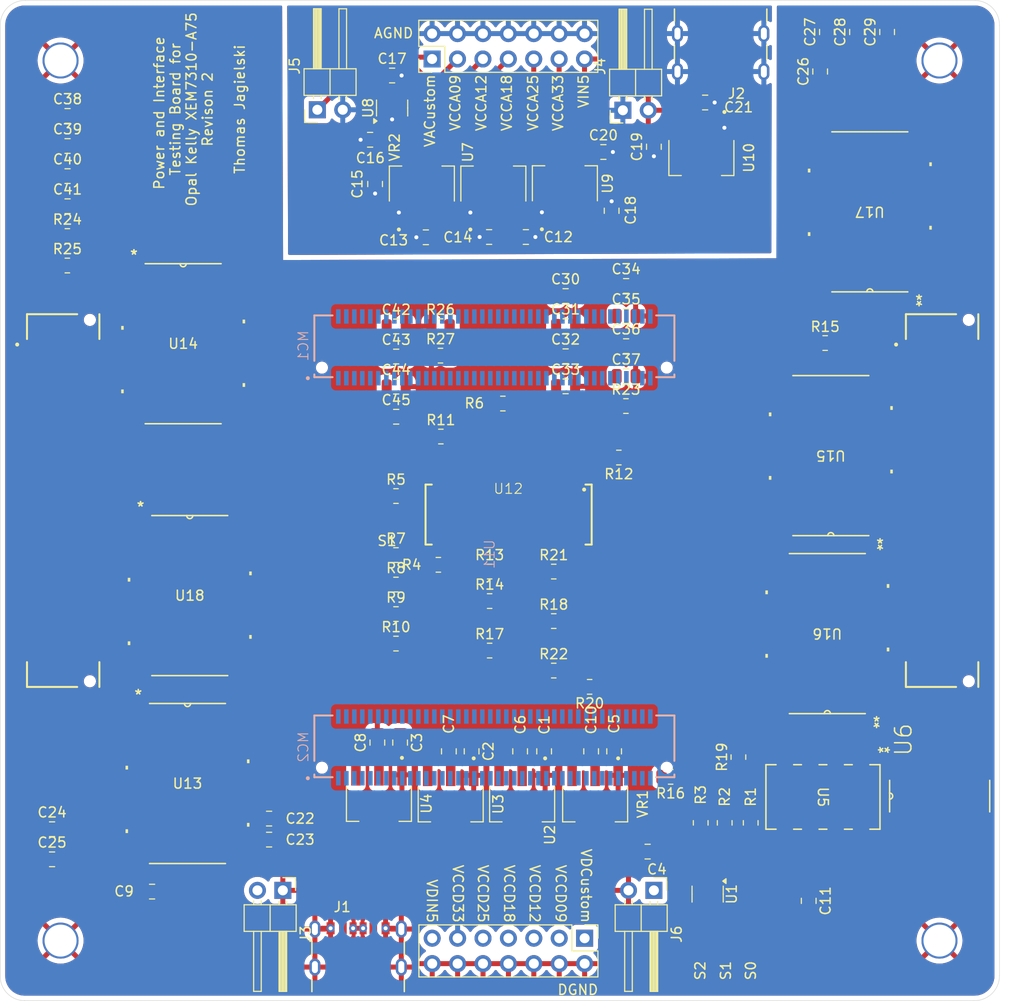
<source format=kicad_pcb>
(kicad_pcb (version 20240108) (generator "pcbnew") (generator_version "8.0")
  (layers (0 "F.Cu" signal) (1 "In1.Cu" signal) (2 "In2.Cu" signal) (3 "In3.Cu" signal) (4 "In4.Cu" signal) (31 "B.Cu" signal) (34 "B.Paste" user) (35 "F.Paste" user) (36 "B.SilkS" user "B.Silkscreen") (37 "F.SilkS" user "F.Silkscreen") (38 "B.Mask" user) (39 "F.Mask" user) (44 "Edge.Cuts" user))
  (net 0 "")
  (net 1 "VCCD18")
  (net 2 "VCCD25")
  (net 3 "VCCD33")
  (net 4 "MC2_72")
  (net 5 "MC1_60")
  (net 6 "V_Level_Shift")
  (net 7 "VCCD09")
  (net 8 "VCCD12")
  (net 9 "FPGA_TDO")
  (net 10 "MC2_20")
  (net 11 "MC2_16")
  (net 12 "MC2_15_PIN")
  (net 13 "FPGA_33VDD")
  (net 14 "MC2_19_PIN")
  (net 15 "MC2_12")
  (net 16 "MC2_10_PIN")
  (net 17 "FPGA_TCK")
  (net 18 "MC2_21_PIN")
  (net 19 "SYS_CLK_MC2")
  (net 20 "MC2_29_PIN")
  (net 21 "SYS_CLK_MC1")
  (net 22 "MC2_31_PIN")
  (net 23 "MC2_17_PIN")
  (net 24 "MC2_24")
  (net 25 "MC2_33_PIN")
  (net 26 "MC2_23_PIN")
  (net 27 "FPGA_TMS")
  (net 28 "MC2_30")
  (net 29 "MC1_45")
  (net 30 "MC2_26")
  (net 31 "MC2_37")
  (net 32 "MC1_49")
  (net 33 "MC2_50")
  (net 34 "MC2_32")
  (net 35 "MC1_50")
  (net 36 "FPGA_TDI")
  (net 37 "MC2_75")
  (net 38 "MC2_70")
  (net 39 "MC2_64")
  (net 40 "MC1_16")
  (net 41 "MC1_24")
  (net 42 "AVIN5")
  (net 43 "MC2_27_PIN")
  (net 44 "MC1_28")
  (net 45 "MC2_37_PIN")
  (net 46 "MC1_42")
  (net 47 "MC2_18")
  (net 48 "VCCBATT")
  (net 49 "MC2_39_PIN")
  (net 50 "VCCA18")
  (net 51 "VCCA12")
  (net 52 "MC2_25_PIN")
  (net 53 "MC2_22")
  (net 54 "MC2_43_PIN")
  (net 55 "MC2_41_PIN")
  (net 56 "MC2_45_PIN")
  (net 57 "MC2_63_PIN")
  (net 58 "MC2_72_PIN")
  (net 59 "MC2_31")
  (net 60 "MC1_25")
  (net 61 "MC1_44")
  (net 62 "MC1_21")
  (net 63 "MC2_54")
  (net 64 "MC2_59")
  (net 65 "MC2_17")
  (net 66 "MC2_67")
  (net 67 "MC1_51")
  (net 68 "MC2_15")
  (net 69 "MC2_39")
  (net 70 "MC2_77")
  (net 71 "MC2_69_PIN")
  (net 72 "MC2_46_PIN")
  (net 73 "/digital_power_converters/S1")
  (net 74 "/digital_power_converters/S0")
  (net 75 "MC2_10")
  (net 76 "/digital_power_converters/S2")
  (net 77 "MC2_57_PIN")
  (net 78 "MC2_54_PIN")
  (net 79 "VCCA09")
  (net 80 "MC2_73_PIN")
  (net 81 "MC2_60_PIN")
  (net 82 "MC2_59_PIN")
  (net 83 "MC2_64_PIN")
  (net 84 "MC2_77_PIN")
  (net 85 "MC2_71_PIN")
  (net 86 "MC2_53_PIN")
  (net 87 "MC2_47_PIN")
  (net 88 "MC1_67")
  (net 89 "MC2_28")
  (net 90 "MC1_22")
  (net 91 "MC2_44")
  (net 92 "MC2_79_PIN")
  (net 93 "MC2_41")
  (net 94 "MC2_66")
  (net 95 "MC1_53")
  (net 96 "MC2_66_PIN")
  (net 97 "MC1_23")
  (net 98 "MC1_72")
  (net 99 "MC1_40")
  (net 100 "MC1_39")
  (net 101 "MC2_76_PIN")
  (net 102 "MC2_65_PIN")
  (net 103 "MC2_68_PIN")
  (net 104 "MC2_70_PIN")
  (net 105 "MC2_45")
  (net 106 "MC2_49")
  (net 107 "MC2_58_PIN")
  (net 108 "MC2_74")
  (net 109 "MC1_48")
  (net 110 "MC2_48_PIN")
  (net 111 "MC1_54")
  (net 112 "MC2_23")
  (net 113 "MC1_64")
  (net 114 "MC2_50_PIN")
  (net 115 "MC2_40")
  (net 116 "MC2_44_PIN")
  (net 117 "MC1_63")
  (net 118 "MC2_51")
  (net 119 "MC2_61_PIN")
  (net 120 "MC1_74")
  (net 121 "MC1_43")
  (net 122 "MC1_30")
  (net 123 "MC2_60")
  (net 124 "MC1_31")
  (net 125 "MC2_74_PIN")
  (net 126 "MC2_52_PIN")
  (net 127 "MC2_25")
  (net 128 "MC2_27")
  (net 129 "MC1_37")
  (net 130 "MC2_33")
  (net 131 "MC2_69")
  (net 132 "MC2_63")
  (net 133 "MC2_62_PIN")
  (net 134 "MC1_20")
  (net 135 "MC2_51_PIN")
  (net 136 "MC1_70")
  (net 137 "MC2_67_PIN")
  (net 138 "MC2_43")
  (net 139 "MC2_34")
  (net 140 "MC1_68")
  (net 141 "MC2_48")
  (net 142 "MC2_38")
  (net 143 "MC1_59")
  (net 144 "MC1_27")
  (net 145 "MC1_61")
  (net 146 "MC2_62")
  (net 147 "MC2_29")
  (net 148 "MC1_57")
  (net 149 "MC2_19")
  (net 150 "MC2_61")
  (net 151 "MC2_68")
  (net 152 "MC1_38")
  (net 153 "MC1_65")
  (net 154 "MC2_49_PIN")
  (net 155 "MC1_33")
  (net 156 "MC2_75_PIN")
  (net 157 "MC1_17")
  (net 158 "MC2_58")
  (net 159 "MC1_21_PIN")
  (net 160 "MC2_47")
  (net 161 "MC1_46")
  (net 162 "MC1_19")
  (net 163 "MC1_32")
  (net 164 "MC1_58")
  (net 165 "MC1_76")
  (net 166 "FPGA_VCDIN")
  (net 167 "MC2_52")
  (net 168 "MC1_66")
  (net 169 "MC1_47")
  (net 170 "MC1_71")
  (net 171 "MC1_22_PIN")
  (net 172 "MC1_17_PIN")
  (net 173 "MC1_34_PIN")
  (net 174 "MC1_30_PIN")
  (net 175 "MC1_16_PIN")
  (net 176 "XADC_VP")
  (net 177 "MC1_27_PIN")
  (net 178 "VCCA25")
  (net 179 "MC1_24_PIN")
  (net 180 "MC1_38_PIN")
  (net 181 "MC1_26_PIN")
  (net 182 "MC1_28_PIN")
  (net 183 "MC1_40_PIN")
  (net 184 "FPGA_10VDD")
  (net 185 "MC1_31_PIN")
  (net 186 "MC1_18_PIN")
  (net 187 "MC1_33_PIN")
  (net 188 "MC1_39_PIN")
  (net 189 "MC1_15_PIN")
  (net 190 "MC1_25_PIN")
  (net 191 "FPGA_18VDD")
  (net 192 "MC1_37_PIN")
  (net 193 "MC1_29_PIN")
  (net 194 "MC1_23_PIN")
  (net 195 "MC2_57")
  (net 196 "MC1_52")
  (net 197 "MC2_71")
  (net 198 "MC2_79")
  (net 199 "MC1_69")
  (net 200 "MC2_76")
  (net 201 "MC2_73")
  (net 202 "MC1_26")
  (net 203 "MC1_15")
  (net 204 "MC2_46")
  (net 205 "MC1_62")
  (net 206 "MC2_65")
  (net 207 "MC1_41")
  (net 208 "MC1_29")
  (net 209 "MC2_42")
  (net 210 "MC2_53")
  (net 211 "MC1_19_PIN")
  (net 212 "XADC_VN")
  (net 213 "MC1_20_PIN")
  (net 214 "MC1_32_PIN")
  (net 215 "MC1_51_PIN")
  (net 216 "MC1_64_PIN")
  (net 217 "MC1_46_PIN")
  (net 218 "VCCA33")
  (net 219 "MC1_18")
  (net 220 "MC1_34")
  (net 221 "MC2_21")
  (net 222 "MC1_49_PIN")
  (net 223 "MC1_48_PIN")
  (net 224 "VCCACUSTOM")
  (net 225 "MC1_76_PIN")
  (net 226 "MC1_53_PIN")
  (net 227 "MC1_45_PIN")
  (net 228 "MC1_62_PIN")
  (net 229 "VDCustom")
  (net 230 "DGND")
  (net 231 "DVIN5")
  (net 232 "MC1_60_PIN")
  (net 233 "MC1_41_PIN")
  (net 234 "MC1_74_PIN")
  (net 235 "MC1_52_PIN")
  (net 236 "MC1_54_PIN")
  (net 237 "MC1_68_PIN")
  (net 238 "MC1_50_PIN")
  (net 239 "MC1_72_PIN")
  (net 240 "MC1_42_PIN")
  (net 241 "MC1_58_PIN")
  (net 242 "MC1_77")
  (net 243 "MC1_47_PIN")
  (net 244 "MC1_79")
  (net 245 "MC1_75")
  (net 246 "MC1_66_PIN")
  (net 247 "MC1_44_PIN")
  (net 248 "MC1_73")
  (net 249 "MC1_43_PIN")
  (net 250 "MC1_70_PIN")
  (net 251 "/level_shifters/LS7_DIR1")
  (net 252 "/level_shifters/LS7_DIR2")
  (net 253 "/level_shifters/LS8_DIR1")
  (net 254 "/level_shifters/LS8_DIR2")
  (net 255 "/level_shifters/LS9_DIR1")
  (net 256 "/level_shifters/LS9_DIR2")
  (net 257 "/level_shifters/LS10_DIR1")
  (net 258 "/level_shifters/LS10_DIR2")
  (net 259 "/level_shifters/LS11_DIR1")
  (net 260 "/level_shifters/LS11_DIR2")
  (net 261 "/level_shifters/LS12_DIR1")
  (net 262 "/level_shifters/LS12_DIR2")
  (net 263 "AGND")
  (net 264 "Net-(U13-*1OE)")
  (net 265 "Net-(U13-*2OE)")
  (net 266 "Net-(U14-*1OE)")
  (net 267 "Net-(U14-*2OE)")
  (net 268 "Net-(U15-*1OE)")
  (net 269 "Net-(U15-*2OE)")
  (net 270 "Net-(U16-*1OE)")
  (net 271 "Net-(U16-*2OE)")
  (net 272 "Net-(U17-*1OE)")
  (net 273 "Net-(U17-*2OE)")
  (net 274 "Net-(U18-*1OE)")
  (net 275 "Net-(U18-*2OE)")
  (footprint "avlsi:DL48" (layer "F.Cu") (at 183.16725 70.9075 180)
    (property "Reference" "U15")
    (property "Value" "SN74LVC16T245DLR")
  )
  (footprint "Capacitor_SMD:C_0805_2012Metric" (layer "F.Cu") (at 164.85 110.5)
    (property "Reference" "C4")
    (property "Value" "1u")
  )
  (footprint "Resistor_SMD:R_0805_2012Metric" (layer "F.Cu") (at 144.1375 57.96)
    (property "Reference" "R26")
    (property "Value" "10k")
  )
  (footprint "Capacitor_SMD:C_0805_2012Metric" (layer "F.Cu") (at 161.25 46.425 90)
    (property "Reference" "C18")
    (property "Value" "1u")
  )
  (footprint "avlsi:SOT230P700X180-4N" (layer "F.Cu") (at 145.158334 105.775 -90)
    (property "Reference" "U3")
    (property "Value" "TLV1117LV25DCYR")
  )
  (footprint "Capacitor_SMD:C_0805_2012Metric" (layer "F.Cu") (at 139.7075 57.99)
    (property "Reference" "C42")
    (property "Value" "1u")
  )
  (footprint "Capacitor_SMD:C_0805_2012Metric" (layer "F.Cu") (at 139.7075 61)
    (property "Reference" "C43")
    (property "Value" "0.1u")
  )
  (footprint "Capacitor_SMD:C_0805_2012Metric" (layer "F.Cu") (at 185.785 28.55 90)
    (property "Reference" "C28")
    (property "Value" "1u")
  )
  (footprint "Resistor_SMD:R_0805_2012Metric" (layer "F.Cu") (at 144.175 69)
    (property "Reference" "R11")
    (property "Value" "4.7k")
  )
  (footprint "Connector_PinHeader_2.54mm:PinHeader_1x02_P2.54mm_Horizontal" (layer "F.Cu") (at 165.475 114.375 -90)
    (property "Reference" "J6")
    (property "Value" "Conn_01x02_Pin")
  )
  (footprint "Capacitor_SMD:C_0805_2012Metric" (layer "F.Cu") (at 180.955 115.4257 -90)
    (property "Reference" "C11")
    (property "Value" "1u")
  )
  (footprint "avlsi:VREG_TLV1117LV12DCYR" (layer "F.Cu") (at 142.275 43.7 90)
    (property "Reference" "VR2")
    (property "Value" "TLV1117LV12DCYR")
  )
  (footprint "Capacitor_SMD:C_0805_2012Metric" (layer "F.Cu") (at 106.85 45.97)
    (property "Reference" "C41")
    (property "Value" "0.1u")
  )
  (footprint "Capacitor_SMD:C_0805_2012Metric" (layer "F.Cu") (at 162.7 56.95)
    (property "Reference" "C35")
    (property "Value" "0.1u")
  )
  (footprint "Resistor_SMD:R_0805_2012Metric" (layer "F.Cu") (at 150.375 65.7)
    (property "Reference" "R6")
    (property "Value" "4.7k")
  )
  (footprint "Capacitor_SMD:C_0805_2012Metric" (layer "F.Cu") (at 154.5 100.475 -90)
    (property "Reference" "C1")
    (property "Value" "1u")
  )
  (footprint "avlsi_preferred_parts:416131160812" (layer "F.Cu") (at 150.95 76.8 180)
    (property "Reference" "S1")
    (property "Value" "416131160812")
  )
  (footprint "Resistor_SMD:R_0805_2012Metric" (layer "F.Cu") (at 139.6875 89.7)
    (property "Reference" "R10")
    (property "Value" "4.7k")
  )
  (footprint "Resistor_SMD:R_0805_2012Metric" (layer "F.Cu") (at 155.4625 82.5)
    (property "Reference" "R21")
    (property "Value" "10k")
  )
  (footprint "Capacitor_SMD:C_0805_2012Metric" (layer "F.Cu") (at 105.3 111.27)
    (property "Reference" "C25")
    (property "Value" "0.1u")
  )
  (footprint "Capacitor_SMD:C_0805_2012Metric" (layer "F.Cu") (at 106.85 39.95)
    (property "Reference" "C39")
    (property "Value" "0.1u")
  )
  (footprint "Capacitor_SMD:C_0805_2012Metric" (layer "F.Cu") (at 156.65 63.98)
    (property "Reference" "C33")
    (property "Value" "0.1u")
  )
  (footprint "Capacitor_SMD:C_0805_2012Metric" (layer "F.Cu") (at 142.675 49.075 180)
    (property "Reference" "C13")
    (property "Value" "1u")
  )
  (footprint "Capacitor_SMD:C_0805_2012Metric" (layer "F.Cu") (at 170.6 35.6)
    (property "Reference" "C21")
    (property "Value" "1u")
  )
  (footprint "Resistor_SMD:R_0805_2012Metric" (layer "F.Cu") (at 175.155 107.6257 -90)
    (property "Reference" "R1")
    (property "Value" "4.7k")
  )
  (footprint "Resistor_SMD:R_0805_2012Metric" (layer "F.Cu") (at 139.6875 83.8)
    (property "Reference" "R8")
    (property "Value" "4.7k")
  )
  (footprint "Capacitor_SMD:C_0805_2012Metric" (layer "F.Cu") (at 160.425 40.55)
    (property "Reference" "C20")
    (property "Value" "1u")
  )
  (footprint "Capacitor_SMD:C_0805_2012Metric" (layer "F.Cu") (at 162.7 53.94)
    (property "Reference" "C34")
    (property "Value" "1u")
  )
  (footprint "Resistor_SMD:R_0805_2012Metric" (layer "F.Cu") (at 155.4625 92.4)
    (property "Reference" "R22")
    (property "Value" "10k")
  )
  (footprint "Resistor_SMD:R_0805_2012Metric" (layer "F.Cu") (at 149.0525 85.45)
    (property "Reference" "R14")
    (property "Value" "4.7k")
  )
  (footprint "Resistor_SMD:R_0805_2012Metric" (layer "F.Cu") (at 139.6875 74.95)
    (property "Reference" "R5")
    (property "Value" "4.7k")
  )
  (footprint "Resistor_SMD:R_0805_2012Metric" (layer "F.Cu") (at 144.1375 60.91)
    (property "Reference" "R27")
    (property "Value" "10k")
  )
  (footprint "Capacitor_SMD:C_0805_2012Metric" (layer "F.Cu") (at 137.1 39.325 180)
    (property "Reference" "C16")
    (property "Value" "1u")
  )
  (footprint "Capacitor_SMD:C_0805_2012Metric" (layer "F.Cu") (at 159.2 100.475 90)
    (property "Reference" "C10")
    (property "Value" "1u")
  )
  (footprint "Capacitor_SMD:C_0805_2012Metric" (layer "F.Cu") (at 156.65 54.95)
    (property "Reference" "C30")
    (property "Value" "1u")
  )
  (footprint "Resistor_SMD:R_0805_2012Metric" (layer "F.Cu") (at 106.83 51.9)
    (property "Reference" "R25")
    (property "Value" "10k")
  )
  (footprint "Capacitor_SMD:C_0805_2012Metric" (layer "F.Cu") (at 162.7 62.97)
    (property "Reference" "C37")
    (property "Value" "0.1u")
  )
  (footprint "Capacitor_SMD:C_0805_2012Metric" (layer "F.Cu") (at 182.775 28.55 90)
    (property "Reference" "C27")
    (property "Value" "0.1u")
  )
  (footprint "Resistor_SMD:R_0805_2012Metric" (layer "F.Cu") (at 167.15 103.025 180)
    (property "Reference" "R16")
    (property "Value" "10k")
  )
  (footprint "Capacitor_SMD:C_0805_2012Metric" (layer "F.Cu") (at 139.3 32.9)
    (property "Reference" "C17")
    (property "Value" "1u")
  )
  (footprint "Resistor_SMD:R_0805_2012Metric" (layer "F.Cu") (at 173.925 101.05 90)
    (property "Reference" "R19")
    (property "Value" "10k")
  )
  (footprint "Connector_PinHeader_2.54mm:PinHeader_1x02_P2.54mm_Horizontal" (layer "F.Cu") (at 128.375 114.375 -90)
    (property "Reference" "J3")
    (property "Value" "Conn_01x02_Pin")
  )
  (footprint "Resistor_SMD:R_0805_2012Metric" (layer "F.Cu") (at 159.05 94.025 180)
    (property "Reference" "R20")
    (property "Value" "10k")
  )
  (footprint "Capacitor_SMD:C_0805_2012Metric" (layer "F.Cu") (at 115.3 114.5)
    (property "Reference" "C9")
    (property "Value" "1u")
  )
  (footprint "Capacitor_SMD:C_0805_2012Metric" (layer "F.Cu") (at 137.6 43.75 -90)
    (property "Reference" "C15")
    (property "Value" "1u")
  )
  (footprint "avlsi_preferred_parts:MOLEX_2171750001" (layer "F.Cu") (at 135.9 124.645)
    (property "Reference" "J1")
    (property "Value" "2171750001")
  )
  (footprint "Capacitor_SMD:C_0805_2012Metric" (layer "F.Cu") (at 182.1 32.5 90)
    (property "Reference" "C26")
    (property "Value" "1u")
  )
  (footprint "Resistor_SMD:R_0805_2012Metric" (layer "F.Cu") (at 149.0525 90.4)
    (property "Reference" "R17")
    (property "Value" "10k")
  )
  (footprint "Package_TO_SOT_SMD:SOT-23-5" (layer "F.Cu") (at 170.85 114.75 -90)
    (property "Reference" "U1")
    (property "Value" "TLV75709PDBV")
  )
  (footprint "Capacitor_SMD:C_0805_2012Metric" (layer "F.Cu") (at 106.85 42.96)
    (property "Reference" "C40")
    (property "Value" "1u")
  )
  (footprint "Capacitor_SMD:C_0805_2012Metric" (layer "F.Cu") (at 156.65 57.96)
    (property "Reference" "C31")
    (property "Value" "0.1u")
  )
  (footprint "Capacitor_SMD:C_0805_2012Metric" (layer "F.Cu") (at 147.25 100.475 -90)
    (property "Reference" "C2")
    (property "Value" "1u")
  )
  (footprint "avlsi:SOT230P700X180-4N" (layer "F.Cu") (at 152.3 105.775 -90)
    (property "Reference" "U2")
    (property "Value" "TLV1117LV18DCYR")
  )
  (footprint "avlsi:VREG_TLV1117LV33DCYR" (layer "F.Cu") (at 137.983334 105.725 -90)
    (property "Reference" "U4")
    (property "Value" "TLV1117LV33DCYR")
  )
  (footprint "Resistor_SMD:R_0805_2012Metric" (layer "F.Cu") (at 172.555 107.6257 -90)
    (property "Reference" "R2")
    (property "Value" "4.7k")
  )
  (footprint "Capacitor_SMD:C_0805_2012Metric" (layer "F.Cu") (at 137.825 99.6 90)
    (property "Reference" "C8")
    (property "Value" "1u")
  )
  (footprint "Resistor_SMD:R_0805_2012Metric" (layer "F.Cu") (at 170.155 107.6257 -90)
    (property "Reference" "R3")
    (property "Value" "4.7k")
  )
  (footprint "Resistor_SMD:R_0805_2012Metric" (layer "F.Cu") (at 149.0525 82.5)
    (property "Reference" "R13")
    (property "Value" "4.7k")
  )
  (footprint "Capacitor_SMD:C_0805_2012Metric" (layer "F.Cu") (at 149 49.05 180)
    (property "Reference" "C14")
    (property "Value" "1u")
  )
  (footprint "avlsi_preferred_parts:MOLEX_2171750001" (layer "F.Cu") (at 172.15 26.105 180)
    (property "Reference" "J2")
    (property "Value" "2171750001")
  )
  (footprint "avlsi:DL48" (layer "F.Cu") (at 187.06725 46.5325 180)
    (property "Reference" "U17")
    (property "Value" "SN74LVC16T245DLR")
  )
  (footprint "Capacitor_SMD:C_0805_2012Metric" (layer "F.Cu") (at 105.3 108.26)
    (property "Reference" "C24")
    (property "Value" "1u")
  )
  (footprint "Resistor_SMD:R_0805_2012Metric" (layer "F.Cu") (at 182.6 59.65 180)
    (property "Reference" "R15")
    (property "Value" "4.7k")
  )
  (footprint "Resistor_SMD:R_0805_2012Metric" (layer "F.Cu") (at 139.6875 80.85)
    (property "Reference" "R7")
    (property "Value" "4.7k")
  )
  (footprint "Capacitor_SMD:C_0805_2012Metric" (layer "F.Cu") (at 156.65 60.97)
    (property "Reference" "C32")
    (property "Value" "1u")
  )
  (footprint "Capacitor_SMD:C_0805_2012Metric" (layer "F.Cu") (at 188.795 28.55 90)
    (property "Reference" "C29")
    (property "Value" "0.1u")
  )
  (footprint "avlsi_preferred_parts:power_board" (layer "F.Cu") (at 150.92 74.72)
    (property "Reference" "U12")
    (property "Value" "~")
    (fp_line (start -50.8 48.18) (end -50.8 -46.82) (stroke (width 0.05)) (layer "Edge.Cuts"))
    (fp_line (start -48.430267 50.68063) (end 46.569733 50.68063) (stroke (width 0.05)) (layer "Edge.Cuts"))
    (fp_line (start -48.3 -49.32) (end 46.7 -49.32) (stroke (width 0.05)) (layer "Edge.Cuts"))
    (fp_line (start 49.110205 48.178591) (end 49.110205 -46.821409) (stroke (width 0.05)) (layer "Edge.Cuts"))
    (fp_arc (start -50.799999 -46.83018) (mid -50.079175 -48.606281) (end -48.300207 -49.32) (stroke (width 0.05)) (layer "Edge.Cuts"))
    (fp_arc (start -48.340353 50.682925) (mid -50.100913 49.953022) (end -50.8 48.18) (stroke (width 0.05)) (layer "Edge.Cuts"))
    (fp_arc (start 46.7 -49.32) (mid 48.420882 -48.568238) (end 49.110205 -46.821409) (stroke (width 0.05)) (layer "Edge.Cuts"))
    (fp_arc (start 49.110205 48.178591) (mid 48.36731 49.965052) (end 46.569733 50.680629) (stroke (width 0.05)) (layer "Edge.Cuts"))
  )
  (footprint "Capacitor_SMD:C_0805_2012Metric" (layer "F.Cu") (at 161.5 100.475 -90)
    (property "Reference" "C5")
    (property "Value" "1u")
  )
  (footprint "Capacitor_SMD:C_0805_2012Metric" (layer "F.Cu") (at 162.7 59.96)
    (property "Reference" "C36")
    (property "Value" "1u")
  )
  (footprint "Capacitor_SMD:C_0805_2012Metric" (layer "F.Cu") (at 127 109.3)
    (property "Reference" "C23")
    (property "Value" "0.1u")
  )
  (footprint "avlsi:DL48" (layer "F.Cu") (at 182.81725 88.7025 180)
    (property "Reference" "U16")
    (property "Value" "SN74LVC16T245DLR")
  )
  (footprint "Resistor_SMD:R_0805_2012Metric" (layer "F.Cu") (at 155.4625 87.45)
    (property "Reference" "R18")
    (property "Value" "10k")
  )
  (footprint "avlsi:DL48" (layer "F.Cu") (at 118.40775 59.7175)
    (property "Reference" "U14")
    (property "Value" "SN74LVC16T245DLR")
  )
  (footprint "ds:DS04-254-2-04BK-SMT_CUD" (layer "F.Cu") (at 182.38 105.0349 -90)
    (property "Reference" "U5")
    (property "Value" "DS04-254-2-04BK-SMT")
  )
  (footprint "Capacitor_SMD:C_0805_2012Metric" (layer "F.Cu") (at 139.7075 64.01)
    (property "Reference" "C44")
    (property "Value" "1u")
  )
  (footprint "Resistor_SMD:R_0805_2012Metric" (layer "F.Cu") (at 162.68 65.95)
    (property "Reference" "R23")
    (property "Value" "10k")
  )
  (footprint "Capacitor_SMD:C_0805_2012Metric" (layer "F.Cu") (at 140.1 99.6 -90)
    (property "Reference" "C3")
    (property "Value" "1u")
  )
  (footprint "Capacitor_SMD:C_0805_2012Metric" (layer "F.Cu") (at 127 107.2)
    (property "Reference" "C22")
    (property "Value" "1u")
  )
  (footprint "avlsi:DL48" (layer "F.Cu") (at 118.84225 103.6925)
    (property "Reference" "U13")
    (property "Value" "SN74LVC16T245DLR")
  )
  (footprint "Capacitor_SMD:C_0805_2012Metric" (layer "F.Cu") (at 152.1 100.475 90)
    (property "Reference" "C6")
    (property "Value" "1u")
  )
  (footprint "Capacitor_SMD:C_0805_2012Metric" (layer "F.Cu") (at 144.975 100.475 90)
    (property "Reference" "C7")
    (property "Value" "1u")
  )
  (footprint "avlsi:VREG_TLV1117LV33DCYR" (layer "F.Cu") (at 170.225 41.15 -90)
    (property "Reference" "U10")
    (property "Value" "TLV1117LV33DCYR")
  )
  (footprint "Connector_PinHeader_2.54mm:PinHeader_1x02_P2.54mm_Horizontal" (layer "F.Cu") (at 131.825 36.325 90)
    (property "Reference" "J5")
    (property "Value" "Conn_01x02_Pin")
  )
  (footprint "Resistor_SMD:R_0805_2012Metric" (layer "F.Cu") (at 106.83 48.95)
    (property "Reference" "R24")
    (property "Value" "10k")
  )
  (footprint "Capacitor_SMD:C_0805_2012Metric" (layer "F.Cu") (at 165.475 40.025 -90)
    (property "Reference" "C19")
    (property "Value" "1u")
  )
  (footprint "Resistor_SMD:R_0805_2012Metric" (layer "F.Cu") (at 139.6875 86.75)
    (property "Reference" "R9")
    (property "Value" "4.7k")
  )
  (footprint "avlsi:DL48" (layer "F.Cu") (at 119.06725 84.9025)
    (property "Reference" "U18")
    (property "Value" "SN74LVC16T245DLR")
  )
  (footprint "Capacitor_SMD:C_0805_2012Metric" (layer "F.Cu") (at 106.85 36.94)
    (property "Reference" "C38")
    (property "Value" "1u")
  )
  (footprint "Resistor_SMD:R_0805_2012Metric" (layer "F.Cu") (at 143.925 81.825)
    (property "Reference" "R4")
    (property "Value" "4.7k")
  )
  (footprint "Capacitor_SMD:C_0805_2012Metric" (layer "F.Cu") (at 139.7075 67.02)
    (property "Reference" "C45")
    (property "Value" "0.1u")
  )
  (footprint "Package_TO_SOT_SMD:SOT-23-5" (layer "F.Cu") (at 139.3 36.15 90)
    (property "Reference" "U8")
    (property "Value" "TLV75709PDBV")
  )
  (footprint "avlsi:SOT230P700X180-4N" (layer "F.Cu") (at 149.425 43.7 90)
    (property "Reference" "U7")
    (property "Value" "TLV1117LV18DCYR")
  )
  (footprint "Resistor_SMD:R_0805_2012Metric" (layer "F.Cu") (at 161.9725 71.1 180)
    (property "Reference" "R12")
    (property "Value" "4.7k")
  )
  (footprint "avlsi:SOT230P700X180-4N" (layer "F.Cu") (at 156.575 43.675 90)
    (property "Reference" "U9")
    (property "Value" "TLV1117LV25DCYR")
  )
  (footprint "74HC4051D_653:SOIC127P600X175-16N" (layer "F.Cu") (at 194.05 104.95 90)
    (property "Reference" "U6")
    (property "Value" "74HC4051D_653")
  )
  (footprint "avlsi:VREG_TLV1117LV12DCYR" (layer "F.Cu") (at 159.6 105.775 -90)
    (property "Reference" "VR1")
    (property "Value" "TLV1117LV12DCYR")
  )
  (footprint "Capacitor_SMD:C_0805_2012Metric" (layer "F.Cu") (at 152.675 49.05)
    (property "Reference" "C12")
    (property "Value" "1u")
  )
  (footprint "Connector_PinHeader_2.54mm:PinHeader_1x02_P2.54mm_Horizontal" (layer "F.Cu") (at 162.375 36.375 90)
    (property "Reference" "J4")
    (property "Value" "Conn_01x02_Pin")
  )
  (footprint "avlsi:opal_kelly_XEM7310_header" (layer "B.Cu") (at 149.543315 80.77 -90)
    (property "Reference" "U11")
    (property "Value" "~")
  )
  (gr_text "AGND" (at 137.4 29.25 0) (layer "F.SilkS") (effects (font (size 1 1)) (justify left bottom)))
  (gr_text "VCCA25" (at 153.975 38.55 90) (layer "F.SilkS") (effects (font (size 1 1)) (justify left bottom)))
  (gr_text "VCCD12" (at 152.975 111.725 270) (layer "F.SilkS") (effects (font (size 1 1)) (justify left bottom)))
  (gr_text "VCCD09" (at 155.575 111.725 270) (layer "F.SilkS") (effects (font (size 1 1)) (justify left bottom)))
  (gr_text "VCCD33" (at 145.3 111.725 270) (layer "F.SilkS") (effects (font (size 1 1)) (justify left bottom)))
  (gr_text "VCCD18" (at 150.425 111.725 270) (layer "F.SilkS") (effects (font (size 1 1)) (justify left bottom)))
  (gr_text "VCCD25" (at 147.8 111.725 270) (layer "F.SilkS") (effects (font (size 1 1)) (justify left bottom)))
  (gr_text "DGND" (at 155.75 124.9 0) (layer "F.SilkS") (effects (font (size 1 1)) (justify left bottom)))
  (gr_text "VCCA12" (at 148.8 38.55 90) (layer "F.SilkS") (effects (font (size 1 1)) (justify left bottom)))
  (gr_text "Power and Interface \nTesting Board for\nOpal Kelly XEM7310-A75\nRevison 2\n\nThomas Jagielski" (at 124.65 36.275 90) (layer "F.SilkS") (effects (font (size 1 1)) (justify bottom)))
  (gr_text "VIN5" (at 159.025 36.25 90) (layer "F.SilkS") (effects (font (size 1 1)) (justify left bottom)))
  (gr_text "VACustom" (at 143.66 40.15 90) (layer "F.SilkS") (effects (font (size 1 1)) (justify left bottom)))
  (gr_text "S1" (at 173.25 123.45 90) (layer "F.SilkS") (effects (font (size 1 1)) (justify left bottom)))
  (gr_text "VCCA33" (at 156.475 38.55 90) (layer "F.SilkS") (effects (font (size 1 1)) (justify left bottom)))
  (gr_text "VCCA09" (at 146.2 38.55 90) (layer "F.SilkS") (effects (font (size 1 1)) (justify left bottom)))
  (gr_text "VDIN5" (at 142.7 113.175 270) (layer "F.SilkS") (effects (font (size 1 1)) (justify left bottom)))
  (gr_text "S0" (at 175.75 123.45 90) (layer "F.SilkS") (effects (font (size 1 1)) (justify left bottom)))
  (gr_text "VCCA18" (at 151.35 38.55 90) (layer "F.SilkS") (effects (font (size 1 1)) (justify left bottom)))
  (gr_text "S2" (at 170.7 123.45 90) (layer "F.SilkS") (effects (font (size 1 1)) (justify left bottom)))
  (gr_text "VDCustom" (at 158.115 110.125 270) (layer "F.SilkS") (effects (font (size 1 1)) (justify left bottom)))
  (segment (start 149.425 32.745) (end 150.92 31.25) (width 0.5) (layer "F.Cu") (net 50))
  (segment (start 149.425 40.8) (end 149.425 32.745) (width 0.5) (layer "F.Cu") (net 50))
  (segment (start 149.95 47.125) (end 149.425 46.6) (width 0.5) (layer "F.Cu") (net 50))
  (segment (start 149.95 49.05) (end 149.95 47.125) (width 0.5) (layer "F.Cu") (net 50))
  (segment (start 142.275 40.8) (end 142.275 37.355) (width 0.5) (layer "F.Cu") (net 51))
  (segment (start 140.275 42.8) (end 142.275 40.8) (width 0.5) (layer "F.Cu") (net 51))
  (segment (start 142.275 37.355) (end 148.38 31.25) (width 0.5) (layer "F.Cu") (net 51))
  (segment (start 142.275 46.6) (end 142.275 40.8) (width 0.5) (layer "F.Cu") (net 51))
  (segment (start 137.6 42.8) (end 140.275 42.8) (width 0.5) (layer "F.Cu") (net 51))
  (segment (start 138.35 32.9) (end 139.505 31.745) (width 0.5) (layer "F.Cu") (net 79))
  (segment (start 142.45 32.925) (end 144.165 32.925) (width 0.5) (layer "F.Cu") (net 79))
  (segment (start 144.165 32.925) (end 145.84 31.25) (width 0.5) (layer "F.Cu") (net 79))
  (segment (start 138.35 35.0125) (end 138.35 32.9) (width 0.5) (layer "F.Cu") (net 79))
  (segment (start 139.505 31.745) (end 141.27 31.745) (width 0.5) (layer "F.Cu") (net 79))
  (segment (start 141.27 31.745) (end 142.45 32.925) (width 0.5) (layer "F.Cu") (net 79))
  (segment (start 153.46 31.25) (end 153.46 33.11) (width 0.5) (layer "F.Cu") (net 178))
  (segment (start 156.575 40.775) (end 159.25 40.775) (width 0.5) (layer "F.Cu") (net 178))
  (segment (start 156.575 36.225) (end 156.575 40.775) (width 0.5) (layer "F.Cu") (net 178))
  (segment (start 159.25 40.775) (end 159.475 40.55) (width 0.5) (layer "F.Cu") (net 178))
  (segment (start 156.575 46.575) (end 156.575 40.775) (width 0.5) (layer "F.Cu") (net 178))
  (segment (start 153.46 33.11) (end 156.575 36.225) (width 0.5) (layer "F.Cu") (net 178))
  (segment (start 156 33.193592) (end 166.856408 44.05) (width 0.5) (layer "F.Cu") (net 218))
  (segment (start 170.225 44.05) (end 170.225 38.25) (width 0.5) (layer "F.Cu") (net 218))
  (segment (start 166.856408 44.05) (end 170.225 44.05) (width 0.5) (layer "F.Cu") (net 218))
  (segment (start 170.225 36.175) (end 169.65 35.6) (width 0.5) (layer "F.Cu") (net 218))
  (segment (start 156 31.25) (end 156 33.193592) (width 0.5) (layer "F.Cu") (net 218))
  (segment (start 170.225 38.25) (end 170.225 36.175) (width 0.5) (layer "F.Cu") (net 218))
  (segment (start 143.115 31.065) (end 137.085 31.065) (width 0.5) (layer "F.Cu") (net 224))
  (segment (start 137.085 31.065) (end 131.825 36.325) (width 0.5) (layer "F.Cu") (net 224))
  (segment (start 143.3 31.25) (end 143.115 31.065) (width 0.5) (layer "F.Cu") (net 224))
  (via (at 133.15 118.165) (size 0.8) (drill 0.4) (layers "F.Cu" "B.Cu") (net 230))
  (via (at 138.65 118.165) (size 0.8) (drill 0.4) (layers "F.Cu" "B.Cu") (net 230))
  (via (at 135.4 118.165) (size 0.8) (drill 0.4) (layers "F.Cu" "B.Cu") (net 230))
  (via (at 136.4 118.165) (size 0.8) (drill 0.4) (layers "F.Cu" "B.Cu") (net 230))
  (segment (start 161.25 40.675) (end 161.375 40.55) (width 0.5) (layer "F.Cu") (net 263))
  (segment (start 172.525 38.25) (end 172.525 38.125) (width 0.5) (layer "F.Cu") (net 263))
  (via (at 148.05 49.05) (size 0.8) (drill 0.4) (layers "F.Cu" "B.Cu") (net 263))
  (via (at 141.725 49.075) (size 0.8) (drill 0.4) (layers "F.Cu" "B.Cu") (net 263))
  (via (at 171.55 35.6) (size 0.8) (drill 0.4) (layers "F.Cu" "B.Cu") (net 263))
  (via (at 140.25 32.9) (size 0.8) (drill 0.4) (layers "F.Cu" "B.Cu") (net 263))
  (via (at 154.275 46.575) (size 0.8) (drill 0.4) (layers "F.Cu" "B.Cu") (net 263))
  (via (at 137.6 44.7) (size 0.8) (drill 0.4) (layers "F.Cu" "B.Cu") (net 263))
  (via (at 172.525 38.125) (size 0.8) (drill 0.4) (layers "F.Cu" "B.Cu") (net 263))
  (via (at 136.15 39.325) (size 0.8) (drill 0.4) (layers "F.Cu" "B.Cu") (net 263))
  (via (at 139.3 37.2875) (size 0.8) (drill 0.4) (layers "F.Cu" "B.Cu") (net 263))
  (via (at 165.475 40.975) (size 0.8) (drill 0.4) (layers "F.Cu" "B.Cu") (net 263))
  (via (at 161.375 40.55) (size 0.8) (drill 0.4) (layers "F.Cu" "B.Cu") (net 263))
  (via (at 161.25 45.475) (size 0.8) (drill 0.4) (layers "F.Cu" "B.Cu") (net 263))
  (via (at 153.625 49.05) (size 0.8) (drill 0.4) (layers "F.Cu" "B.Cu") (net 263))
  (via (at 147.125 46.6) (size 0.8) (drill 0.4) (layers "F.Cu" "B.Cu") (net 263))
  (via (at 139.975 46.6) (size 0.8) (drill 0.4) (layers "F.Cu" "B.Cu") (net 263))
  (zone (net 230) (net_name "DGND") (layer "F.Cu") (priority 1) (connect_pads (clearance 0.5)) (min_thickness 0.25) (fill yes (thermal_gap 0.5) (thermal_bridge_width 0.5))
    (polygon (pts (xy 100.1 125.45) (xy 100.1 25.4) (xy 128.3 25.4) (xy 128.4 51.35) (xy 177.725 51.175) (xy 177.775 25.4) (xy 200.1 25.4) (xy 200.1 125.475)))
  )
  (zone (net 42) (net_name "AVIN5") (layer "F.Cu") (connect_pads (clearance 0.5)) (min_thickness 0.25) (fill yes (thermal_gap 0.5) (thermal_bridge_width 0.5))
    (polygon (pts (xy 128.75 25.45) (xy 128.7 50.85) (xy 177.45 50.725) (xy 177.5 25.4)))
  )
  (zone (net 3) (net_name "VCCD33") (layer "B.Cu") (priority 1) (connect_pads (clearance 0.5)) (min_thickness 0.25) (fill yes (thermal_gap 0.5) (thermal_bridge_width 0.5))
    (polygon (pts (xy 100.1 125.45) (xy 100.1 25.4) (xy 128.3 25.4) (xy 128.4 51.35) (xy 177.725 51.175) (xy 177.775 25.35) (xy 200.1 25.4) (xy 200.1 125.475)))
  )
  (zone (net 263) (net_name "AGND") (layer "B.Cu") (connect_pads (clearance 0.5)) (min_thickness 0.25) (fill yes (thermal_gap 0.5) (thermal_bridge_width 0.5))
    (polygon (pts (xy 128.75 25.5) (xy 128.7 50.85) (xy 177.45 50.725) (xy 177.5 25.4)))
  )
)
</source>
